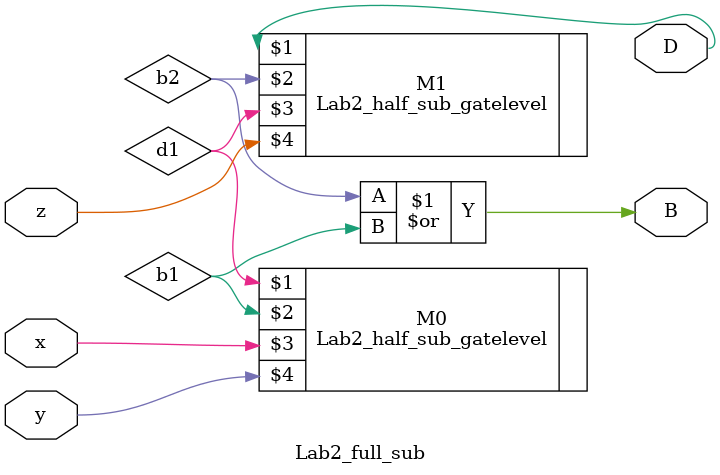
<source format=v>
module Lab2_full_sub( output D, B,
                      input  x, y, z );
    wire d1,
         b1, b2;

    Lab2_half_sub_gatelevel M0(d1, b1, x, y);
    Lab2_half_sub_gatelevel M1(D, b2, d1, z);
         
    or #(5) (B, b2, b1);
         
endmodule
</source>
